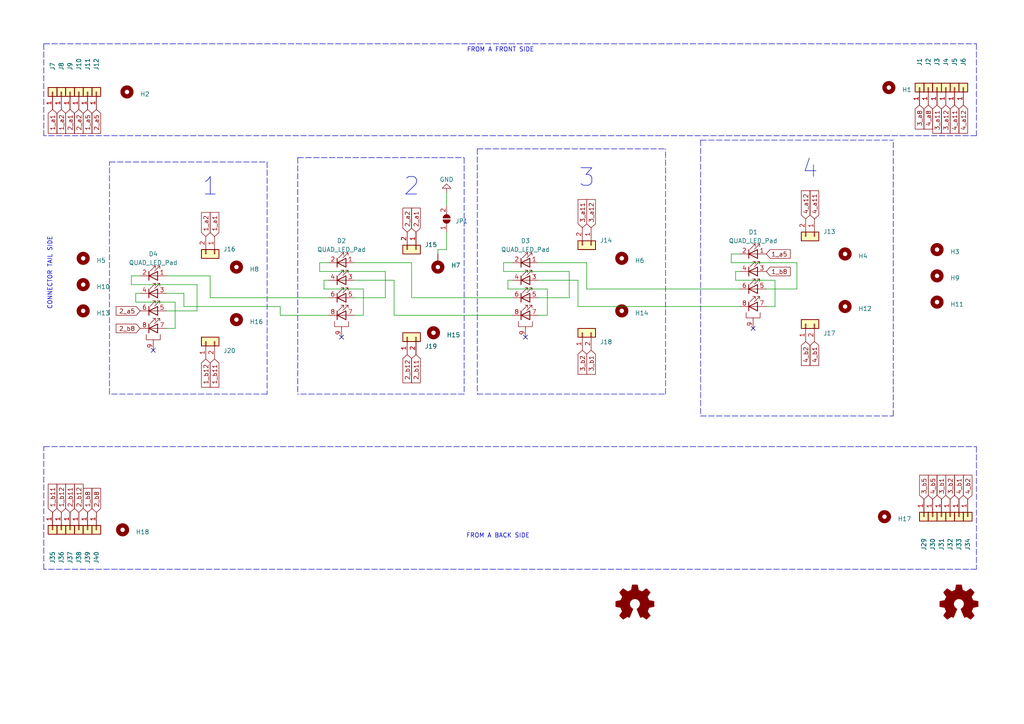
<source format=kicad_sch>
(kicad_sch (version 20210126) (generator eeschema)
  (paper "A4")
  (lib_symbols
    (symbol "Connector_Generic:Conn_01x01" (pin_names (offset 1.016) hide)
      (property "Reference" "J" (at 0 2.54 0))
      (property "Value" "Conn_01x01" (at 0 -2.54 0))
      (symbol "Conn_01x01_1_1"
        (rectangle (start -1.27 0.127) (end 0 -0.127) (stroke (width 0.1524)))
        (rectangle (start -1.27 1.27) (end 1.27 -1.27) (stroke (width 0.254)) (fill (type background)))
        (pin passive line (at -5.08 0 0) (length 3.81) (name "Pin_1") (number "1"))
      )
    )
    (symbol "Connector_Generic:Conn_01x02" (pin_names (offset 1.016) hide)
      (property "Reference" "J" (at 0 2.54 0))
      (property "Value" "Conn_01x02" (at 0 -5.08 0))
      (symbol "Conn_01x02_1_1"
        (rectangle (start -1.27 -2.413) (end 0 -2.667) (stroke (width 0.1524)))
        (rectangle (start -1.27 0.127) (end 0 -0.127) (stroke (width 0.1524)))
        (rectangle (start -1.27 1.27) (end 1.27 -3.81) (stroke (width 0.254)) (fill (type background)))
        (pin passive line (at -5.08 0 0) (length 3.81) (name "Pin_1") (number "1"))
        (pin passive line (at -5.08 -2.54 0) (length 3.81) (name "Pin_2") (number "2"))
      )
    )
    (symbol "Graphic:Logo_Open_Hardware_Small" (pin_names (offset 1.016))
      (symbol "Logo_Open_Hardware_Small_0_1"
        (polyline (pts (xy 3.3528 -4.3434) (xy 3.302 -4.318) (xy 3.175 -4.2418) (xy 2.9972 -4.1148) (xy 2.7686 -3.9624) (xy 2.54 -3.81) (xy 2.3622 -3.7084) (xy 2.2352 -3.6068) (xy 2.1844 -3.5814) (xy 2.159 -3.6068) (xy 2.0574 -3.6576) (xy 1.905 -3.7338) (xy 1.8034 -3.7846) (xy 1.6764 -3.8354) (xy 1.6002 -3.8354) (xy 1.6002 -3.8354) (xy 1.5494 -3.7338) (xy 1.4732 -3.5306) (xy 1.3462 -3.302) (xy 1.2446 -3.0226) (xy 1.1176 -2.7178) (xy 0.9652 -2.413) (xy 0.8636 -2.1082) (xy 0.7366 -1.8288) (xy 0.6604 -1.6256) (xy 0.6096 -1.4732) (xy 0.5842 -1.397) (xy 0.5842 -1.397) (xy 0.6604 -1.3208) (xy 0.7874 -1.2446) (xy 1.0414 -1.016) (xy 1.2954 -0.6858) (xy 1.4478 -0.3302) (xy 1.524 0.0762) (xy 1.4732 0.4572) (xy 1.3208 0.8128) (xy 1.0668 1.143) (xy 0.762 1.3716) (xy 0.4064 1.524) (xy 0 1.5748) (xy -0.381 1.5494) (xy -0.7366 1.397) (xy -1.0668 1.143) (xy -1.2192 0.9906) (xy -1.397 0.6604) (xy -1.524 0.3048) (xy -1.524 0.2286) (xy -1.4986 -0.1778) (xy -1.397 -0.5334) (xy -1.1938 -0.8636) (xy -0.9144 -1.143) (xy -0.8636 -1.1684) (xy -0.7366 -1.27) (xy -0.635 -1.3462) (xy -0.5842 -1.397) (xy -1.0668 -2.5908) (xy -1.143 -2.794) (xy -1.2954 -3.1242) (xy -1.397 -3.4036) (xy -1.4986 -3.6322) (xy -1.5748 -3.7846) (xy -1.6002 -3.8354) (xy -1.6002 -3.8354) (xy -1.651 -3.8354) (xy -1.7272 -3.81) (xy -1.905 -3.7338) (xy -2.0066 -3.683) (xy -2.1336 -3.6068) (xy -2.2098 -3.5814) (xy -2.2606 -3.6068) (xy -2.3622 -3.683) (xy -2.54 -3.81) (xy -2.7686 -3.9624) (xy -2.9718 -4.0894) (xy -3.1496 -4.2164) (xy -3.302 -4.318) (xy -3.3528 -4.3434) (xy -3.3782 -4.3434) (xy -3.429 -4.318) (xy -3.5306 -4.2164) (xy -3.7084 -4.064) (xy -3.937 -3.8354) (xy -3.9624 -3.81) (xy -4.1656 -3.6068) (xy -4.318 -3.4544) (xy -4.4196 -3.3274) (xy -4.445 -3.2766) (xy -4.445 -3.2766) (xy -4.4196 -3.2258) (xy -4.318 -3.0734) (xy -4.2164 -2.8956) (xy -4.064 -2.667) (xy -3.6576 -2.0828) (xy -3.8862 -1.5494) (xy -3.937 -1.3716) (xy -4.0386 -1.1684) (xy -4.0894 -1.0414) (xy -4.1148 -0.9652) (xy -4.191 -0.9398) (xy -4.318 -0.9144) (xy -4.5466 -0.8636) (xy -4.8006 -0.8128) (xy -5.0546 -0.7874) (xy -5.2578 -0.7366) (xy -5.4356 -0.7112) (xy -5.5118 -0.6858) (xy -5.5118 -0.6858) (xy -5.5372 -0.635) (xy -5.5372 -0.5588) (xy -5.5372 -0.4318) (xy -5.5626 -0.2286) (xy -5.5626 0.0762) (xy -5.5626 0.127) (xy -5.5372 0.4064) (xy -5.5372 0.635) (xy -5.5372 0.762) (xy -5.5372 0.8382) (xy -5.5372 0.8382) (xy -5.461 0.8382) (xy -5.3086 0.889) (xy -5.08 0.9144) (xy -4.826 0.9652) (xy -4.8006 0.9906) (xy -4.5466 1.0414) (xy -4.318 1.0668) (xy -4.1656 1.1176) (xy -4.0894 1.143) (xy -4.0894 1.143) (xy -4.0386 1.2446) (xy -3.9624 1.4224) (xy -3.8608 1.6256) (xy -3.7846 1.8288) (xy -3.7084 2.0066) (xy -3.6576 2.159) (xy -3.6322 2.2098) (xy -3.6322 2.2098) (xy -3.683 2.286) (xy -3.7592 2.413) (xy -3.8862 2.5908) (xy -4.064 2.8194) (xy -4.064 2.8448) (xy -4.2164 3.0734) (xy -4.3434 3.2512) (xy -4.4196 3.3782) (xy -4.445 3.4544) (xy -4.445 3.4544) (xy -4.3942 3.5052) (xy -4.2926 3.6322) (xy -4.1148 3.81) (xy -3.937 4.0132) (xy -3.8608 4.064) (xy -3.6576 4.2926) (xy -3.5052 4.4196) (xy -3.4036 4.4958) (xy -3.3528 4.5212) (xy -3.3528 4.5212) (xy -3.302 4.4704) (xy -3.1496 4.3688) (xy -2.9718 4.2418) (xy -2.7432 4.0894) (xy -2.7178 4.0894) (xy -2.4892 3.937) (xy -2.3114 3.81) (xy -2.1844 3.7084) (xy -2.1336 3.683) (xy -2.1082 3.683) (xy -2.032 3.7084) (xy -1.8542 3.7592) (xy -1.6764 3.8354) (xy -1.4732 3.937) (xy -1.27 4.0132) (xy -1.143 4.064) (xy -1.0668 4.1148) (xy -1.0668 4.1148) (xy -1.0414 4.191) (xy -1.016 4.3434) (xy -0.9652 4.572) (xy -0.9144 4.8514) (xy -0.889 4.9022) (xy -0.8382 5.1562) (xy -0.8128 5.3848) (xy -0.7874 5.5372) (xy -0.762 5.588) (xy -0.7112 5.6134) (xy -0.5842 5.6134) (xy -0.4064 5.6134) (xy -0.1524 5.6134) (xy 0.0762 5.6134) (xy 0.3302 5.6134) (xy 0.5334 5.6134) (xy 0.6858 5.588) (xy 0.7366 5.588) (xy 0.7366 5.588) (xy 0.762 5.5118) (xy 0.8128 5.334) (xy 0.8382 5.1054) (xy 0.9144 4.826) (xy 0.9144 4.7752) (xy 0.9652 4.5212) (xy 1.016 4.2926) (xy 1.0414 4.1402) (xy 1.0668 4.0894) (xy 1.0668 4.0894) (xy 1.1938 4.0386) (xy 1.3716 3.9624) (xy 1.5748 3.8608) (xy 2.0828 3.6576) (xy 2.7178 4.0894) (xy 2.7686 4.1402) (xy 2.9972 4.2926) (xy 3.175 4.4196) (xy 3.302 4.4958) (xy 3.3782 4.5212) (xy 3.3782 4.5212) (xy 3.429 4.4704) (xy 3.556 4.3434) (xy 3.7338 4.191) (xy 3.9116 3.9878) (xy 4.064 3.8354) (xy 4.2418 3.6576) (xy 4.3434 3.556) (xy 4.4196 3.4798) (xy 4.4196 3.429) (xy 4.4196 3.4036) (xy 4.3942 3.3274) (xy 4.2926 3.2004) (xy 4.1656 2.9972) (xy 4.0132 2.794) (xy 3.8862 2.5908) (xy 3.7592 2.3876) (xy 3.6576 2.2352) (xy 3.6322 2.159) (xy 3.6322 2.1336) (xy 3.683 2.0066) (xy 3.7592 1.8288) (xy 3.8608 1.6002) (xy 4.064 1.1176) (xy 4.3942 1.0414) (xy 4.5974 1.016) (xy 4.8768 0.9652) (xy 5.1308 0.9144) (xy 5.5372 0.8382) (xy 5.5626 -0.6604) (xy 5.4864 -0.6858) (xy 5.4356 -0.6858) (xy 5.2832 -0.7366) (xy 5.0546 -0.762) (xy 4.8006 -0.8128) (xy 4.5974 -0.8636) (xy 4.3688 -0.9144) (xy 4.2164 -0.9398) (xy 4.1402 -0.9398) (xy 4.1148 -0.9652) (xy 4.064 -1.0668) (xy 3.9878 -1.2446) (xy 3.9116 -1.4478) (xy 3.81 -1.651) (xy 3.7338 -1.8542) (xy 3.683 -2.0066) (xy 3.6576 -2.0828) (xy 3.683 -2.1336) (xy 3.7846 -2.2606) (xy 3.8862 -2.4638) (xy 4.0386 -2.667) (xy 4.191 -2.8956) (xy 4.318 -3.0734) (xy 4.3942 -3.2004) (xy 4.445 -3.2766) (xy 4.4196 -3.3274) (xy 4.3434 -3.429) (xy 4.1656 -3.5814) (xy 3.937 -3.8354) (xy 3.8862 -3.8608) (xy 3.683 -4.064) (xy 3.5306 -4.2164) (xy 3.4036 -4.318) (xy 3.3528 -4.3434)) (fill (type outline)))
      )
    )
    (symbol "Jumper:SolderJumper_2_Open" (pin_names (offset 0) hide)
      (property "Reference" "JP" (at 0 2.032 0))
      (property "Value" "SolderJumper_2_Open" (at 0 -2.54 0))
      (symbol "SolderJumper_2_Open_0_1"
        (arc (start -0.254 1.016) (end -0.254 -1.016) (radius (at -0.254 0) (length 1.016) (angles 90.1 -90.1)))
        (arc (start 0.254 -1.016) (end 0.254 1.016) (radius (at 0.254 0) (length 1.016) (angles -89.9 89.9)))
        (arc (start -0.254 1.016) (end -0.254 -1.016) (radius (at -0.254 0) (length 1.016) (angles 90.1 -90.1)) (fill (type outline)))
        (arc (start 0.254 -1.016) (end 0.254 1.016) (radius (at 0.254 0) (length 1.016) (angles -89.9 89.9)) (fill (type outline)))
        (polyline (pts (xy -0.254 1.016) (xy -0.254 -1.016)))
        (polyline (pts (xy 0.254 1.016) (xy 0.254 -1.016)))
      )
      (symbol "SolderJumper_2_Open_1_1"
        (pin passive line (at -3.81 0 0) (length 2.54) (name "A") (number "1"))
        (pin passive line (at 3.81 0 180) (length 2.54) (name "B") (number "2"))
      )
    )
    (symbol "Mechanical:MountingHole" (pin_names (offset 1.016))
      (property "Reference" "H" (at 0 5.08 0))
      (property "Value" "MountingHole" (at 0 3.175 0))
      (symbol "MountingHole_0_1"
        (circle (center 0 0) (radius 1.27) (stroke (width 1.27)))
      )
    )
    (symbol "Mechanical:MountingHole_Pad" (pin_numbers hide) (pin_names (offset 1.016) hide)
      (property "Reference" "H" (at 0 6.35 0))
      (property "Value" "MountingHole_Pad" (at 0 4.445 0))
      (symbol "MountingHole_Pad_0_1"
        (circle (center 0 1.27) (radius 1.27) (stroke (width 1.27)))
      )
      (symbol "MountingHole_Pad_1_1"
        (pin input line (at 0 -2.54 90) (length 2.54) (name "1") (number "1"))
      )
    )
    (symbol "cusom_symbols:QUAD_LED_Pad" (pin_names (offset 1.016) hide)
      (property "Reference" "D" (at 0 13.335 0))
      (property "Value" "QUAD_LED_Pad" (at 0 11.43 0))
      (symbol "QUAD_LED_Pad_0_1"
        (polyline (pts (xy -1.27 -8.89) (xy -1.27 -6.35)) (stroke (width 0.254)))
        (polyline (pts (xy -1.27 -7.62) (xy 1.27 -7.62)))
        (polyline (pts (xy -1.27 -3.81) (xy -1.27 -1.27)) (stroke (width 0.254)))
        (polyline (pts (xy -1.27 -2.54) (xy 1.27 -2.54)))
        (polyline (pts (xy -1.27 1.27) (xy -1.27 3.81)) (stroke (width 0.254)))
        (polyline (pts (xy -1.27 2.54) (xy 1.27 2.54)))
        (polyline (pts (xy -1.27 6.35) (xy -1.27 8.89)) (stroke (width 0.254)))
        (polyline (pts (xy -1.27 7.62) (xy 1.27 7.62)))
        (polyline (pts (xy 0 -11.43) (xy 0 -10.922)))
        (polyline (pts (xy -2.032 -9.398) (xy -2.032 -10.922) (xy 2.032 -10.922) (xy 2.032 -9.398)))
        (polyline (pts (xy 1.27 -8.89) (xy 1.27 -6.35) (xy -1.27 -7.62) (xy 1.27 -8.89)) (stroke (width 0.254)))
        (polyline (pts (xy 1.27 -3.81) (xy 1.27 -1.27) (xy -1.27 -2.54) (xy 1.27 -3.81)) (stroke (width 0.254)))
        (polyline (pts (xy 1.27 1.27) (xy 1.27 3.81) (xy -1.27 2.54) (xy 1.27 1.27)) (stroke (width 0.254)))
        (polyline (pts (xy 1.27 6.35) (xy 1.27 8.89) (xy -1.27 7.62) (xy 1.27 6.35)) (stroke (width 0.254)))
        (polyline (pts (xy -0.889 -6.223) (xy 0.635 -4.699) (xy -0.127 -4.699) (xy 0.635 -4.699) (xy 0.635 -5.461)))
        (polyline (pts (xy -0.889 -1.143) (xy 0.635 0.381) (xy -0.127 0.381) (xy 0.635 0.381) (xy 0.635 -0.381)))
        (polyline (pts (xy -0.889 3.937) (xy 0.635 5.461) (xy -0.127 5.461) (xy 0.635 5.461) (xy 0.635 4.699)))
        (polyline (pts (xy -0.889 9.017) (xy 0.635 10.541) (xy -0.127 10.541) (xy 0.635 10.541) (xy 0.635 9.779)))
        (polyline (pts (xy 0.381 -6.223) (xy 1.905 -4.699) (xy 1.143 -4.699) (xy 1.905 -4.699) (xy 1.905 -5.461)))
        (polyline (pts (xy 0.381 -1.143) (xy 1.905 0.381) (xy 1.143 0.381) (xy 1.905 0.381) (xy 1.905 -0.381)))
        (polyline (pts (xy 0.381 3.937) (xy 1.905 5.461) (xy 1.143 5.461) (xy 1.905 5.461) (xy 1.905 4.699)))
        (polyline (pts (xy 0.381 9.017) (xy 1.905 10.541) (xy 1.143 10.541) (xy 1.905 10.541) (xy 1.905 9.779)))
      )
      (symbol "QUAD_LED_Pad_1_1"
        (pin passive line (at 3.81 7.62 180) (length 2.54) (name "IR_A_ANODE") (number "1"))
        (pin passive line (at -3.81 7.62 0) (length 2.54) (name "IR_A_CATHODE") (number "2"))
        (pin passive line (at 3.81 2.54 180) (length 2.54) (name "CW_B_ANODE") (number "3"))
        (pin passive line (at -3.81 2.54 0) (length 2.54) (name "CW_B_CATHODE") (number "4"))
        (pin passive line (at 3.81 -2.54 180) (length 2.54) (name "IR_C_ANODE") (number "5"))
        (pin passive line (at -3.81 -2.54 0) (length 2.54) (name "IR_C_CATHODE") (number "6"))
        (pin passive line (at 3.81 -7.62 180) (length 2.54) (name "CW_D_ANODE") (number "7"))
        (pin passive line (at -3.81 -7.62 0) (length 2.54) (name "CW_D_CATHODE") (number "8"))
        (pin passive line (at 0 -13.97 90) (length 2.54) (name "PAD") (number "9"))
      )
    )
    (symbol "power:GND" (power) (pin_names (offset 0))
      (property "Value" "GND" (at 0 -3.81 0))
      (symbol "GND_0_1"
        (polyline (pts (xy 0 0) (xy 0 -1.27) (xy 1.27 -1.27) (xy 0 -2.54) (xy -1.27 -1.27) (xy 0 -1.27)))
      )
      (symbol "GND_1_1"
        (pin power_in line (at 0 0 270) (length 0) hide (name "GND") (number "1"))
      )
    )
  )
  (no_connect (at 44.45 101.6))
  (no_connect (at 99.06 97.79))
  (no_connect (at 152.4 97.79))
  (no_connect (at 218.44 95.25))
  (wire (pts (xy 38.1 80.01) (xy 40.64 80.01)))
  (wire (pts (xy 38.1 82.55) (xy 38.1 80.01)))
  (wire (pts (xy 39.37 85.09) (xy 39.37 87.63)))
  (wire (pts (xy 39.37 85.09) (xy 40.64 85.09)))
  (wire (pts (xy 39.37 87.63) (xy 50.8 87.63)))
  (wire (pts (xy 48.26 90.17) (xy 57.15 90.17)))
  (wire (pts (xy 50.8 87.63) (xy 50.8 95.25)))
  (wire (pts (xy 50.8 95.25) (xy 48.26 95.25)))
  (wire (pts (xy 53.34 85.09) (xy 48.26 85.09)))
  (wire (pts (xy 53.34 88.9) (xy 53.34 85.09)))
  (wire (pts (xy 57.15 82.55) (xy 38.1 82.55)))
  (wire (pts (xy 57.15 90.17) (xy 57.15 82.55)))
  (wire (pts (xy 60.96 80.01) (xy 48.26 80.01)))
  (wire (pts (xy 60.96 86.36) (xy 60.96 80.01)))
  (wire (pts (xy 81.28 88.9) (xy 53.34 88.9)))
  (wire (pts (xy 81.28 91.44) (xy 81.28 88.9)))
  (wire (pts (xy 92.71 76.2) (xy 95.25 76.2)))
  (wire (pts (xy 92.71 78.74) (xy 92.71 76.2)))
  (wire (pts (xy 93.98 81.28) (xy 93.98 83.82)))
  (wire (pts (xy 93.98 81.28) (xy 95.25 81.28)))
  (wire (pts (xy 93.98 83.82) (xy 105.41 83.82)))
  (wire (pts (xy 95.25 86.36) (xy 60.96 86.36)))
  (wire (pts (xy 95.25 91.44) (xy 81.28 91.44)))
  (wire (pts (xy 102.87 76.2) (xy 119.38 76.2)))
  (wire (pts (xy 102.87 86.36) (xy 111.76 86.36)))
  (wire (pts (xy 105.41 83.82) (xy 105.41 91.44)))
  (wire (pts (xy 105.41 91.44) (xy 102.87 91.44)))
  (wire (pts (xy 111.76 78.74) (xy 92.71 78.74)))
  (wire (pts (xy 111.76 86.36) (xy 111.76 78.74)))
  (wire (pts (xy 114.3 81.28) (xy 102.87 81.28)))
  (wire (pts (xy 114.3 91.44) (xy 114.3 81.28)))
  (wire (pts (xy 119.38 76.2) (xy 119.38 86.36)))
  (wire (pts (xy 127 72.39) (xy 127 73.66)))
  (wire (pts (xy 127 72.39) (xy 129.54 72.39)))
  (wire (pts (xy 129.54 55.88) (xy 129.54 59.69)))
  (wire (pts (xy 129.54 72.39) (xy 129.54 67.31)))
  (wire (pts (xy 146.05 76.2) (xy 148.59 76.2)))
  (wire (pts (xy 146.05 78.74) (xy 146.05 76.2)))
  (wire (pts (xy 147.32 81.28) (xy 147.32 83.82)))
  (wire (pts (xy 147.32 81.28) (xy 148.59 81.28)))
  (wire (pts (xy 147.32 83.82) (xy 158.75 83.82)))
  (wire (pts (xy 148.59 86.36) (xy 119.38 86.36)))
  (wire (pts (xy 148.59 91.44) (xy 114.3 91.44)))
  (wire (pts (xy 156.21 81.28) (xy 167.64 81.28)))
  (wire (pts (xy 156.21 86.36) (xy 165.1 86.36)))
  (wire (pts (xy 158.75 83.82) (xy 158.75 91.44)))
  (wire (pts (xy 158.75 91.44) (xy 156.21 91.44)))
  (wire (pts (xy 165.1 78.74) (xy 146.05 78.74)))
  (wire (pts (xy 165.1 86.36) (xy 165.1 78.74)))
  (wire (pts (xy 167.64 88.9) (xy 167.64 81.28)))
  (wire (pts (xy 170.18 76.2) (xy 156.21 76.2)))
  (wire (pts (xy 170.18 83.82) (xy 170.18 76.2)))
  (wire (pts (xy 212.09 73.66) (xy 214.63 73.66)))
  (wire (pts (xy 212.09 76.2) (xy 212.09 73.66)))
  (wire (pts (xy 213.36 78.74) (xy 213.36 81.28)))
  (wire (pts (xy 213.36 78.74) (xy 214.63 78.74)))
  (wire (pts (xy 213.36 81.28) (xy 224.79 81.28)))
  (wire (pts (xy 214.63 83.82) (xy 170.18 83.82)))
  (wire (pts (xy 214.63 88.9) (xy 167.64 88.9)))
  (wire (pts (xy 222.25 83.82) (xy 231.14 83.82)))
  (wire (pts (xy 224.79 81.28) (xy 224.79 88.9)))
  (wire (pts (xy 224.79 88.9) (xy 222.25 88.9)))
  (wire (pts (xy 231.14 76.2) (xy 212.09 76.2)))
  (wire (pts (xy 231.14 83.82) (xy 231.14 76.2)))
  (polyline (pts (xy 12.7 12.7) (xy 12.7 39.37)) (stroke (width 0) (type dash)))
  (polyline (pts (xy 12.7 12.7) (xy 283.21 12.7)) (stroke (width 0) (type dash)))
  (polyline (pts (xy 12.7 129.54) (xy 283.21 129.54)) (stroke (width 0) (type dash)))
  (polyline (pts (xy 12.7 165.1) (xy 12.7 129.54)) (stroke (width 0) (type dash)))
  (polyline (pts (xy 31.75 46.99) (xy 77.47 46.99)) (stroke (width 0) (type dash)))
  (polyline (pts (xy 31.75 114.3) (xy 31.75 46.99)) (stroke (width 0) (type dash)))
  (polyline (pts (xy 77.47 46.99) (xy 77.47 114.3)) (stroke (width 0) (type dash)))
  (polyline (pts (xy 77.47 114.3) (xy 31.75 114.3)) (stroke (width 0) (type dash)))
  (polyline (pts (xy 86.36 45.72) (xy 86.36 114.3)) (stroke (width 0) (type dash)))
  (polyline (pts (xy 86.36 45.72) (xy 134.62 45.72)) (stroke (width 0) (type dash)))
  (polyline (pts (xy 134.62 45.72) (xy 134.62 114.3)) (stroke (width 0) (type dash)))
  (polyline (pts (xy 134.62 114.3) (xy 86.36 114.3)) (stroke (width 0) (type dash)))
  (polyline (pts (xy 138.43 43.18) (xy 138.43 114.3)) (stroke (width 0) (type dash)))
  (polyline (pts (xy 138.43 43.18) (xy 193.04 43.18)) (stroke (width 0) (type dash)))
  (polyline (pts (xy 138.43 114.3) (xy 193.04 114.3)) (stroke (width 0) (type dash)))
  (polyline (pts (xy 193.04 114.3) (xy 193.04 43.18)) (stroke (width 0) (type dash)))
  (polyline (pts (xy 203.2 40.64) (xy 203.2 120.65)) (stroke (width 0) (type dash)))
  (polyline (pts (xy 203.2 40.64) (xy 259.08 40.64)) (stroke (width 0) (type dash)))
  (polyline (pts (xy 203.2 120.65) (xy 259.08 120.65)) (stroke (width 0) (type dash)))
  (polyline (pts (xy 259.08 120.65) (xy 259.08 40.64)) (stroke (width 0) (type dash)))
  (polyline (pts (xy 283.21 12.7) (xy 283.21 39.37)) (stroke (width 0) (type dash)))
  (polyline (pts (xy 283.21 39.37) (xy 12.7 39.37)) (stroke (width 0) (type dash)))
  (polyline (pts (xy 283.21 129.54) (xy 283.21 165.1)) (stroke (width 0) (type dash)))
  (polyline (pts (xy 283.21 165.1) (xy 12.7 165.1)) (stroke (width 0) (type dash)))
  (text "CONNECTOR TAIL SIDE" (at 15.24 68.58 270) (effects (font (size 1.27 1.27)) (justify right bottom)))
  (text "1" (at 63.5 57.15 180) (effects (font (size 5.08 5.08)) (justify right bottom)))
  (text "2" (at 121.92 57.15 180) (effects (font (size 5.08 5.08)) (justify right bottom)))
  (text "FROM A BACK SIDE" (at 153.67 156.21 180) (effects (font (size 1.27 1.27)) (justify right bottom)))
  (text "FROM A FRONT SIDE" (at 154.94 15.24 180) (effects (font (size 1.27 1.27)) (justify right bottom)))
  (text "3" (at 172.72 54.61 180) (effects (font (size 5.08 5.08)) (justify right bottom)))
  (text "4" (at 237.49 52.07 180) (effects (font (size 5.08 5.08)) (justify right bottom)))
  (global_label "1_a1" (shape input) (at 15.24 31.75 270) (property "Intersheet References" "${INTERSHEET_REFS}" (effects hide)))
  (global_label "1_b11" (shape input) (at 15.24 148.59 90) (property "Intersheet References" "${INTERSHEET_REFS}" (effects hide)))
  (global_label "1_a2" (shape input) (at 17.78 31.75 270) (property "Intersheet References" "${INTERSHEET_REFS}" (effects hide)))
  (global_label "1_b12" (shape input) (at 17.78 148.59 90) (property "Intersheet References" "${INTERSHEET_REFS}" (effects hide)))
  (global_label "2_a1" (shape input) (at 20.32 31.75 270) (property "Intersheet References" "${INTERSHEET_REFS}" (effects hide)))
  (global_label "2_b11" (shape input) (at 20.32 148.59 90) (property "Intersheet References" "${INTERSHEET_REFS}" (effects hide)))
  (global_label "2_a2" (shape input) (at 22.86 31.75 270) (property "Intersheet References" "${INTERSHEET_REFS}" (effects hide)))
  (global_label "2_b12" (shape input) (at 22.86 148.59 90) (property "Intersheet References" "${INTERSHEET_REFS}" (effects hide)))
  (global_label "1_a5" (shape input) (at 25.4 31.75 270) (property "Intersheet References" "${INTERSHEET_REFS}" (effects hide)))
  (global_label "1_b8" (shape input) (at 25.4 148.59 90) (property "Intersheet References" "${INTERSHEET_REFS}" (effects hide)))
  (global_label "2_a5" (shape input) (at 27.94 31.75 270) (property "Intersheet References" "${INTERSHEET_REFS}" (effects hide)))
  (global_label "2_b8" (shape input) (at 27.94 148.59 90) (property "Intersheet References" "${INTERSHEET_REFS}" (effects hide)))
  (global_label "2_a5" (shape input) (at 40.64 90.17 180) (property "Intersheet References" "${INTERSHEET_REFS}" (effects hide)))
  (global_label "2_b8" (shape input) (at 40.64 95.25 180) (property "Intersheet References" "${INTERSHEET_REFS}" (effects hide)))
  (global_label "1_a2" (shape input) (at 59.69 68.58 90) (property "Intersheet References" "${INTERSHEET_REFS}" (effects hide)))
  (global_label "1_b12" (shape input) (at 59.69 104.14 270) (property "Intersheet References" "${INTERSHEET_REFS}" (effects hide)))
  (global_label "1_a1" (shape input) (at 62.23 68.58 90) (property "Intersheet References" "${INTERSHEET_REFS}" (effects hide)))
  (global_label "1_b11" (shape input) (at 62.23 104.14 270) (property "Intersheet References" "${INTERSHEET_REFS}" (effects hide)))
  (global_label "2_a2" (shape input) (at 118.11 67.31 90) (property "Intersheet References" "${INTERSHEET_REFS}" (effects hide)))
  (global_label "2_b12" (shape input) (at 118.11 102.87 270) (property "Intersheet References" "${INTERSHEET_REFS}" (effects hide)))
  (global_label "2_a1" (shape input) (at 120.65 67.31 90) (property "Intersheet References" "${INTERSHEET_REFS}" (effects hide)))
  (global_label "2_b11" (shape input) (at 120.65 102.87 270) (property "Intersheet References" "${INTERSHEET_REFS}" (effects hide)))
  (global_label "3_a11" (shape input) (at 168.91 66.04 90) (property "Intersheet References" "${INTERSHEET_REFS}" (effects hide)))
  (global_label "3_b2" (shape input) (at 168.91 101.6 270) (property "Intersheet References" "${INTERSHEET_REFS}" (effects hide)))
  (global_label "3_a12" (shape input) (at 171.45 66.04 90) (property "Intersheet References" "${INTERSHEET_REFS}" (effects hide)))
  (global_label "3_b1" (shape input) (at 171.45 101.6 270) (property "Intersheet References" "${INTERSHEET_REFS}" (effects hide)))
  (global_label "1_a5" (shape input) (at 222.25 73.66 0) (property "Intersheet References" "${INTERSHEET_REFS}" (effects hide)))
  (global_label "1_b8" (shape input) (at 222.25 78.74 0) (property "Intersheet References" "${INTERSHEET_REFS}" (effects hide)))
  (global_label "4_a12" (shape input) (at 233.68 63.5 90) (property "Intersheet References" "${INTERSHEET_REFS}" (effects hide)))
  (global_label "4_b2" (shape input) (at 233.68 99.06 270) (property "Intersheet References" "${INTERSHEET_REFS}" (effects hide)))
  (global_label "4_a11" (shape input) (at 236.22 63.5 90) (property "Intersheet References" "${INTERSHEET_REFS}" (effects hide)))
  (global_label "4_b1" (shape input) (at 236.22 99.06 270) (property "Intersheet References" "${INTERSHEET_REFS}" (effects hide)))
  (global_label "3_a8" (shape input) (at 266.7 30.48 270) (property "Intersheet References" "${INTERSHEET_REFS}" (effects hide)))
  (global_label "3_b5" (shape input) (at 267.97 144.78 90) (property "Intersheet References" "${INTERSHEET_REFS}" (effects hide)))
  (global_label "4_a8" (shape input) (at 269.24 30.48 270) (property "Intersheet References" "${INTERSHEET_REFS}" (effects hide)))
  (global_label "4_b5" (shape input) (at 270.51 144.78 90) (property "Intersheet References" "${INTERSHEET_REFS}" (effects hide)))
  (global_label "3_a11" (shape input) (at 271.78 30.48 270) (property "Intersheet References" "${INTERSHEET_REFS}" (effects hide)))
  (global_label "3_b1" (shape input) (at 273.05 144.78 90) (property "Intersheet References" "${INTERSHEET_REFS}" (effects hide)))
  (global_label "3_a12" (shape input) (at 274.32 30.48 270) (property "Intersheet References" "${INTERSHEET_REFS}" (effects hide)))
  (global_label "3_b2" (shape input) (at 275.59 144.78 90) (property "Intersheet References" "${INTERSHEET_REFS}" (effects hide)))
  (global_label "4_a11" (shape input) (at 276.86 30.48 270) (property "Intersheet References" "${INTERSHEET_REFS}" (effects hide)))
  (global_label "4_b1" (shape input) (at 278.13 144.78 90) (property "Intersheet References" "${INTERSHEET_REFS}" (effects hide)))
  (global_label "4_a12" (shape input) (at 279.4 30.48 270) (property "Intersheet References" "${INTERSHEET_REFS}" (effects hide)))
  (global_label "4_b2" (shape input) (at 280.67 144.78 90) (property "Intersheet References" "${INTERSHEET_REFS}" (effects hide)))
  (symbol (lib_id "power:GND") (at 129.54 55.88 180) (unit 1)
    (property "Reference" "#PWR0101" (effects hide))
    (property "Value" "GND" (at 129.54 52.07 0))
  )
  (symbol (lib_id "Mechanical:MountingHole") (at 24.13 74.93 0) (unit 1)
    (property "Reference" "H5" (at 27.94 75.5649 0) (effects (justify left)))
    (property "Value" "MountingHole" (effects hide))
    (property "Footprint" "MountingHole:MountingHole_3.2mm_M3" (effects hide))
  )
  (symbol (lib_id "Mechanical:MountingHole") (at 24.13 82.55 0) (unit 1)
    (property "Reference" "H10" (at 27.94 83.1849 0) (effects (justify left)))
    (property "Value" "MountingHole" (effects hide))
    (property "Footprint" "MountingHole:MountingHole_5.5mm" (effects hide))
  )
  (symbol (lib_id "Mechanical:MountingHole") (at 24.13 90.17 0) (unit 1)
    (property "Reference" "H13" (at 27.94 90.8049 0) (effects (justify left)))
    (property "Value" "MountingHole" (effects hide))
    (property "Footprint" "MountingHole:MountingHole_3.2mm_M3" (effects hide))
  )
  (symbol (lib_id "Mechanical:MountingHole") (at 35.56 153.67 0) (unit 1)
    (property "Reference" "H18" (at 39.37 154.3049 0) (effects (justify left)))
    (property "Value" "MountingHole" (effects hide))
    (property "Footprint" "MountingHole:MountingHole_2.2mm_M2" (effects hide))
  )
  (symbol (lib_id "Mechanical:MountingHole") (at 36.83 26.67 0) (unit 1)
    (property "Reference" "H2" (at 40.64 27.3049 0) (effects (justify left)))
    (property "Value" "MountingHole" (effects hide))
    (property "Footprint" "MountingHole:MountingHole_2.2mm_M2" (effects hide))
  )
  (symbol (lib_id "Mechanical:MountingHole") (at 68.58 77.47 0) (unit 1)
    (property "Reference" "H8" (at 72.39 78.1049 0) (effects (justify left)))
    (property "Value" "MountingHole" (effects hide))
    (property "Footprint" "MountingHole:MountingHole_2.2mm_M2" (effects hide))
  )
  (symbol (lib_id "Mechanical:MountingHole") (at 68.58 92.71 0) (unit 1)
    (property "Reference" "H16" (at 72.39 93.3449 0) (effects (justify left)))
    (property "Value" "MountingHole" (effects hide))
    (property "Footprint" "MountingHole:MountingHole_2.2mm_M2" (effects hide))
  )
  (symbol (lib_id "Mechanical:MountingHole") (at 125.73 96.52 0) (unit 1)
    (property "Reference" "H15" (at 129.54 97.1549 0) (effects (justify left)))
    (property "Value" "MountingHole" (effects hide))
    (property "Footprint" "MountingHole:MountingHole_2.2mm_M2" (effects hide))
  )
  (symbol (lib_id "Mechanical:MountingHole") (at 180.34 74.93 0) (unit 1)
    (property "Reference" "H6" (at 184.15 75.5649 0) (effects (justify left)))
    (property "Value" "MountingHole" (effects hide))
    (property "Footprint" "MountingHole:MountingHole_2.2mm_M2" (effects hide))
  )
  (symbol (lib_id "Mechanical:MountingHole") (at 180.34 90.17 0) (unit 1)
    (property "Reference" "H14" (at 184.15 90.8049 0) (effects (justify left)))
    (property "Value" "MountingHole" (effects hide))
    (property "Footprint" "MountingHole:MountingHole_2.2mm_M2" (effects hide))
  )
  (symbol (lib_id "Mechanical:MountingHole") (at 245.11 73.66 0) (unit 1)
    (property "Reference" "H4" (at 248.92 74.2949 0) (effects (justify left)))
    (property "Value" "MountingHole" (effects hide))
    (property "Footprint" "MountingHole:MountingHole_2.2mm_M2" (effects hide))
  )
  (symbol (lib_id "Mechanical:MountingHole") (at 245.11 88.9 0) (unit 1)
    (property "Reference" "H12" (at 248.92 89.5349 0) (effects (justify left)))
    (property "Value" "MountingHole" (effects hide))
    (property "Footprint" "MountingHole:MountingHole_2.2mm_M2" (effects hide))
  )
  (symbol (lib_id "Mechanical:MountingHole") (at 256.54 149.86 0) (unit 1)
    (property "Reference" "H17" (at 260.35 150.4949 0) (effects (justify left)))
    (property "Value" "MountingHole" (effects hide))
    (property "Footprint" "MountingHole:MountingHole_2.2mm_M2" (effects hide))
  )
  (symbol (lib_id "Mechanical:MountingHole") (at 257.81 25.4 0) (unit 1)
    (property "Reference" "H1" (at 261.62 26.0349 0) (effects (justify left)))
    (property "Value" "MountingHole" (effects hide))
    (property "Footprint" "MountingHole:MountingHole_2.2mm_M2" (effects hide))
  )
  (symbol (lib_id "Mechanical:MountingHole") (at 271.78 72.39 0) (unit 1)
    (property "Reference" "H3" (at 275.59 73.0249 0) (effects (justify left)))
    (property "Value" "MountingHole" (effects hide))
    (property "Footprint" "MountingHole:MountingHole_3.2mm_M3" (effects hide))
  )
  (symbol (lib_id "Mechanical:MountingHole") (at 271.78 80.01 0) (unit 1)
    (property "Reference" "H9" (at 275.59 80.6449 0) (effects (justify left)))
    (property "Value" "MountingHole" (effects hide))
    (property "Footprint" "MountingHole:MountingHole_5.5mm" (effects hide))
  )
  (symbol (lib_id "Mechanical:MountingHole") (at 271.78 87.63 0) (unit 1)
    (property "Reference" "H11" (at 275.59 88.2649 0) (effects (justify left)))
    (property "Value" "MountingHole" (effects hide))
    (property "Footprint" "MountingHole:MountingHole_3.2mm_M3" (effects hide))
  )
  (symbol (lib_id "Jumper:SolderJumper_2_Open") (at 129.54 63.5 90) (unit 1)
    (property "Reference" "JP1" (at 132.08 64.1349 90) (effects (justify right)))
    (property "Value" "SolderJumper_2_Open" (effects hide))
    (property "Footprint" "Jumper:SolderJumper-2_P1.3mm_Open_RoundedPad1.0x1.5mm" (effects hide))
  )
  (symbol (lib_id "Connector_Generic:Conn_01x01") (at 15.24 26.67 90) (unit 1)
    (property "Reference" "J7" (at 15.24 20.4471 0) (effects (justify left)))
    (property "Value" "Conn_01x01" (effects hide))
    (property "Footprint" "custom_footprints:5342" (effects hide))
  )
  (symbol (lib_id "Connector_Generic:Conn_01x01") (at 15.24 153.67 270) (unit 1)
    (property "Reference" "J35" (at 15.24 159.8929 0) (effects (justify left)))
    (property "Value" "Conn_01x01" (effects hide))
    (property "Footprint" "custom_footprints:5342" (effects hide))
  )
  (symbol (lib_id "Connector_Generic:Conn_01x01") (at 17.78 26.67 90) (unit 1)
    (property "Reference" "J8" (at 17.78 20.4471 0) (effects (justify left)))
    (property "Value" "Conn_01x01" (effects hide))
    (property "Footprint" "custom_footprints:5342" (effects hide))
  )
  (symbol (lib_id "Connector_Generic:Conn_01x01") (at 17.78 153.67 270) (unit 1)
    (property "Reference" "J36" (at 17.78 159.8929 0) (effects (justify left)))
    (property "Value" "Conn_01x01" (effects hide))
    (property "Footprint" "custom_footprints:5342" (effects hide))
  )
  (symbol (lib_id "Connector_Generic:Conn_01x01") (at 20.32 26.67 90) (unit 1)
    (property "Reference" "J9" (at 20.32 20.4471 0) (effects (justify left)))
    (property "Value" "Conn_01x01" (effects hide))
    (property "Footprint" "custom_footprints:5342" (effects hide))
  )
  (symbol (lib_id "Connector_Generic:Conn_01x01") (at 20.32 153.67 270) (unit 1)
    (property "Reference" "J37" (at 20.32 159.8929 0) (effects (justify left)))
    (property "Value" "Conn_01x01" (effects hide))
    (property "Footprint" "custom_footprints:5342" (effects hide))
  )
  (symbol (lib_id "Connector_Generic:Conn_01x01") (at 22.86 26.67 90) (unit 1)
    (property "Reference" "J10" (at 22.86 20.4471 0) (effects (justify left)))
    (property "Value" "Conn_01x01" (effects hide))
    (property "Footprint" "custom_footprints:5342" (effects hide))
  )
  (symbol (lib_id "Connector_Generic:Conn_01x01") (at 22.86 153.67 270) (unit 1)
    (property "Reference" "J38" (at 22.86 159.8929 0) (effects (justify left)))
    (property "Value" "Conn_01x01" (effects hide))
    (property "Footprint" "custom_footprints:5342" (effects hide))
  )
  (symbol (lib_id "Connector_Generic:Conn_01x01") (at 25.4 26.67 90) (unit 1)
    (property "Reference" "J11" (at 25.4 20.4471 0) (effects (justify left)))
    (property "Value" "Conn_01x01" (effects hide))
    (property "Footprint" "custom_footprints:5342" (effects hide))
  )
  (symbol (lib_id "Connector_Generic:Conn_01x01") (at 25.4 153.67 270) (unit 1)
    (property "Reference" "J39" (at 25.4 159.8929 0) (effects (justify left)))
    (property "Value" "Conn_01x01" (effects hide))
    (property "Footprint" "custom_footprints:5342" (effects hide))
  )
  (symbol (lib_id "Connector_Generic:Conn_01x01") (at 27.94 26.67 90) (unit 1)
    (property "Reference" "J12" (at 27.94 20.4471 0) (effects (justify left)))
    (property "Value" "Conn_01x01" (effects hide))
    (property "Footprint" "custom_footprints:5342" (effects hide))
  )
  (symbol (lib_id "Connector_Generic:Conn_01x01") (at 27.94 153.67 270) (unit 1)
    (property "Reference" "J40" (at 27.94 159.8929 0) (effects (justify left)))
    (property "Value" "Conn_01x01" (effects hide))
    (property "Footprint" "custom_footprints:5342" (effects hide))
  )
  (symbol (lib_id "Connector_Generic:Conn_01x01") (at 266.7 25.4 90) (unit 1)
    (property "Reference" "J1" (at 266.7 19.1771 0) (effects (justify left)))
    (property "Value" "Conn_01x01" (effects hide))
    (property "Footprint" "custom_footprints:5342" (effects hide))
  )
  (symbol (lib_id "Connector_Generic:Conn_01x01") (at 267.97 149.86 270) (unit 1)
    (property "Reference" "J29" (at 267.97 156.0829 0) (effects (justify left)))
    (property "Value" "Conn_01x01" (effects hide))
    (property "Footprint" "custom_footprints:5342" (effects hide))
  )
  (symbol (lib_id "Connector_Generic:Conn_01x01") (at 269.24 25.4 90) (unit 1)
    (property "Reference" "J2" (at 269.24 19.1771 0) (effects (justify left)))
    (property "Value" "Conn_01x01" (effects hide))
    (property "Footprint" "custom_footprints:5342" (effects hide))
  )
  (symbol (lib_id "Connector_Generic:Conn_01x01") (at 270.51 149.86 270) (unit 1)
    (property "Reference" "J30" (at 270.51 156.0829 0) (effects (justify left)))
    (property "Value" "Conn_01x01" (effects hide))
    (property "Footprint" "custom_footprints:5342" (effects hide))
  )
  (symbol (lib_id "Connector_Generic:Conn_01x01") (at 271.78 25.4 90) (unit 1)
    (property "Reference" "J3" (at 271.78 19.1771 0) (effects (justify left)))
    (property "Value" "Conn_01x01" (effects hide))
    (property "Footprint" "custom_footprints:5342" (effects hide))
  )
  (symbol (lib_id "Connector_Generic:Conn_01x01") (at 273.05 149.86 270) (unit 1)
    (property "Reference" "J31" (at 273.05 156.0829 0) (effects (justify left)))
    (property "Value" "Conn_01x01" (effects hide))
    (property "Footprint" "custom_footprints:5342" (effects hide))
  )
  (symbol (lib_id "Connector_Generic:Conn_01x01") (at 274.32 25.4 90) (unit 1)
    (property "Reference" "J4" (at 274.32 19.1771 0) (effects (justify left)))
    (property "Value" "Conn_01x01" (effects hide))
    (property "Footprint" "custom_footprints:5342" (effects hide))
  )
  (symbol (lib_id "Connector_Generic:Conn_01x01") (at 275.59 149.86 270) (unit 1)
    (property "Reference" "J32" (at 275.59 156.0829 0) (effects (justify left)))
    (property "Value" "Conn_01x01" (effects hide))
    (property "Footprint" "custom_footprints:5342" (effects hide))
  )
  (symbol (lib_id "Connector_Generic:Conn_01x01") (at 276.86 25.4 90) (unit 1)
    (property "Reference" "J5" (at 276.86 19.1771 0) (effects (justify left)))
    (property "Value" "Conn_01x01" (effects hide))
    (property "Footprint" "custom_footprints:5342" (effects hide))
  )
  (symbol (lib_id "Connector_Generic:Conn_01x01") (at 278.13 149.86 270) (unit 1)
    (property "Reference" "J33" (at 278.13 156.0829 0) (effects (justify left)))
    (property "Value" "Conn_01x01" (effects hide))
    (property "Footprint" "custom_footprints:5342" (effects hide))
  )
  (symbol (lib_id "Connector_Generic:Conn_01x01") (at 279.4 25.4 90) (unit 1)
    (property "Reference" "J6" (at 279.4 19.1771 0) (effects (justify left)))
    (property "Value" "Conn_01x01" (effects hide))
    (property "Footprint" "custom_footprints:5342" (effects hide))
  )
  (symbol (lib_id "Connector_Generic:Conn_01x01") (at 280.67 149.86 270) (unit 1)
    (property "Reference" "J34" (at 280.67 156.0829 0) (effects (justify left)))
    (property "Value" "Conn_01x01" (effects hide))
    (property "Footprint" "custom_footprints:5342" (effects hide))
  )
  (symbol (lib_id "Mechanical:MountingHole_Pad") (at 127 76.2 180) (unit 1)
    (property "Reference" "H7" (at 130.81 76.9619 0) (effects (justify right)))
    (property "Value" "MountingHole_Pad" (effects hide))
    (property "Footprint" "MountingHole:MountingHole_2.2mm_M2_DIN965_Pad" (effects hide))
  )
  (symbol (lib_id "Connector_Generic:Conn_01x02") (at 59.69 99.06 90) (unit 1)
    (property "Reference" "J20" (at 64.77 101.7269 90) (effects (justify right)))
    (property "Value" "Conn_01x02" (effects hide))
    (property "Footprint" "custom_footprints:MILLMAX_816-22-002-10-007101" (effects hide))
  )
  (symbol (lib_id "Connector_Generic:Conn_01x02") (at 62.23 73.66 270) (unit 1)
    (property "Reference" "J16" (at 64.77 72.2629 90) (effects (justify left)))
    (property "Value" "Conn_01x02" (effects hide))
    (property "Footprint" "custom_footprints:MILLMAX_816-22-002-10-007101" (effects hide))
  )
  (symbol (lib_id "Connector_Generic:Conn_01x02") (at 118.11 97.79 90) (unit 1)
    (property "Reference" "J19" (at 123.19 100.4569 90) (effects (justify right)))
    (property "Value" "Conn_01x02" (effects hide))
    (property "Footprint" "custom_footprints:MILLMAX_816-22-002-10-007101" (effects hide))
  )
  (symbol (lib_id "Connector_Generic:Conn_01x02") (at 120.65 72.39 270) (unit 1)
    (property "Reference" "J15" (at 123.19 70.9929 90) (effects (justify left)))
    (property "Value" "Conn_01x02" (effects hide))
    (property "Footprint" "custom_footprints:MILLMAX_816-22-002-10-007101" (effects hide))
  )
  (symbol (lib_id "Connector_Generic:Conn_01x02") (at 168.91 96.52 90) (unit 1)
    (property "Reference" "J18" (at 173.99 99.1869 90) (effects (justify right)))
    (property "Value" "Conn_01x02" (effects hide))
    (property "Footprint" "custom_footprints:MILLMAX_816-22-002-10-007101" (effects hide))
  )
  (symbol (lib_id "Connector_Generic:Conn_01x02") (at 171.45 71.12 270) (unit 1)
    (property "Reference" "J14" (at 173.99 69.7229 90) (effects (justify left)))
    (property "Value" "Conn_01x02" (effects hide))
    (property "Footprint" "custom_footprints:MILLMAX_816-22-002-10-007101" (effects hide))
  )
  (symbol (lib_id "Connector_Generic:Conn_01x02") (at 233.68 93.98 90) (unit 1)
    (property "Reference" "J17" (at 238.76 96.6469 90) (effects (justify right)))
    (property "Value" "Conn_01x02" (effects hide))
    (property "Footprint" "custom_footprints:MILLMAX_816-22-002-10-007101" (effects hide))
  )
  (symbol (lib_id "Connector_Generic:Conn_01x02") (at 236.22 68.58 270) (unit 1)
    (property "Reference" "J13" (at 238.76 67.1829 90) (effects (justify left)))
    (property "Value" "Conn_01x02" (effects hide))
    (property "Footprint" "custom_footprints:MILLMAX_816-22-002-10-007101" (effects hide))
  )
  (symbol (lib_id "Graphic:Logo_Open_Hardware_Small") (at 184.15 175.26 0) (unit 1)
    (property "Reference" "LOGO1" (effects hide))
    (property "Value" "Logo_Open_Hardware_Small" (effects hide))
    (property "Footprint" "custom_footprints:logo_small" (effects hide))
  )
  (symbol (lib_id "Graphic:Logo_Open_Hardware_Small") (at 278.13 175.26 0) (unit 1)
    (property "Reference" "LOGO2" (effects hide))
    (property "Value" "Logo_Open_Hardware_Small" (effects hide))
    (property "Footprint" "custom_footprints:logo_small" (effects hide))
  )
  (symbol (lib_id "cusom_symbols:QUAD_LED_Pad") (at 44.45 87.63 0) (unit 1)
    (property "Reference" "D4" (at 44.45 73.66 0))
    (property "Value" "QUAD_LED_Pad" (at 44.45 76.2 0))
    (property "Footprint" "custom_footprints:luxigen_8.02X8.02_FR4" (effects hide))
  )
  (symbol (lib_id "cusom_symbols:QUAD_LED_Pad") (at 99.06 83.82 0) (unit 1)
    (property "Reference" "D2" (at 99.06 69.85 0))
    (property "Value" "QUAD_LED_Pad" (at 99.06 72.39 0))
    (property "Footprint" "custom_footprints:luxigen_8.02X8.02_FR4" (effects hide))
  )
  (symbol (lib_id "cusom_symbols:QUAD_LED_Pad") (at 152.4 83.82 0) (unit 1)
    (property "Reference" "D3" (at 152.4 69.85 0))
    (property "Value" "QUAD_LED_Pad" (at 152.4 72.39 0))
    (property "Footprint" "custom_footprints:luxigen_8.02X8.02_FR4" (effects hide))
  )
  (symbol (lib_id "cusom_symbols:QUAD_LED_Pad") (at 218.44 81.28 0) (unit 1)
    (property "Reference" "D1" (at 218.44 67.31 0))
    (property "Value" "QUAD_LED_Pad" (at 218.44 69.85 0))
    (property "Footprint" "custom_footprints:luxigen_8.02X8.02_FR4" (effects hide))
  )
)
</source>
